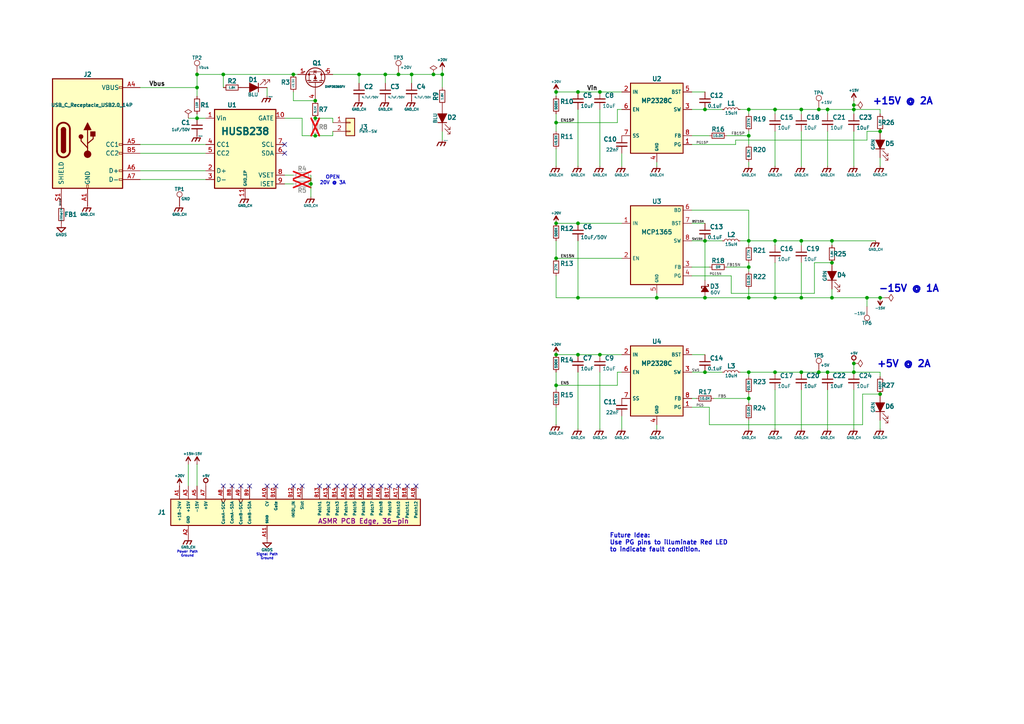
<source format=kicad_sch>
(kicad_sch (version 20250114) (generator "eeschema") (generator_version "9.0")
  (paper "A4")
  (title_block (title "Power Supply Module PCB Reference Design") (date "2025-08-12") (rev "A") (company "by Circuit Monkey") (comment 1 "for ASMR :: Advanced Synth Module Rack") (comment 2 "Slot Card Example Power Supply PCB for Single ASMR module."))
  (text "+5V @ 2A" (at 254.254 105.664 0) (effects (font (size 2 2) (thickness 0.4) (bold yes)) (justify left)))
  (text "Power Path\nGround" (at 54.356 159.766 0) (effects (font (size 0.7 0.7)) (justify top)))
  (text "Signal Path\nGround" (at 77.47 160.528 0) (effects (font (size 0.7 0.7)) (justify top)))
  (text "Future Idea:\nUse PG pins to illuminate Red LED\nto indicate fault condition." (at 176.784 157.48 0) (effects (font (size 1.27 1.27) (thickness 0.254) (bold yes)) (justify left)))
  (text "-15V @ 1A" (at 254.762 83.82 0) (effects (font (size 2 2) (thickness 0.4) (bold yes)) (justify left)))
  (text "OPEN\n20V @ 3A" (at 96.52 52.324 0) (effects (font (size 1 1) (thickness 0.2) (bold yes))))
  (text "+15V @ 2A" (at 252.984 29.464 0) (effects (font (size 2 2) (thickness 0.4) (bold yes)) (justify left)))
  (junction (at 91.44 39.37))
  (junction (at 217.17 115.57))
  (junction (at 224.79 69.85))
  (junction (at 217.17 77.47))
  (junction (at 90.17 53.34))
  (junction (at 237.49 31.75))
  (junction (at 173.99 26.67))
  (junction (at 125.73 21.59))
  (junction (at 240.03 31.75))
  (junction (at 241.3 86.36))
  (junction (at 57.15 25.4))
  (junction (at 167.64 102.87))
  (junction (at 204.47 31.75))
  (junction (at 91.44 34.29))
  (junction (at 161.29 26.67))
  (junction (at 247.65 107.95))
  (junction (at 204.47 86.36))
  (junction (at 204.47 69.85))
  (junction (at 217.17 107.95))
  (junction (at 167.64 26.67))
  (junction (at 237.49 107.95))
  (junction (at 161.29 102.87))
  (junction (at 217.17 69.85))
  (junction (at 255.27 38.1))
  (junction (at 232.41 69.85))
  (junction (at 167.64 86.36))
  (junction (at 255.27 86.36))
  (junction (at 224.79 86.36))
  (junction (at 255.27 114.3))
  (junction (at 85.09 21.59))
  (junction (at 224.79 31.75))
  (junction (at 104.14 21.59))
  (junction (at 247.65 30.48))
  (junction (at 241.3 76.2))
  (junction (at 161.29 35.56))
  (junction (at 232.41 86.36))
  (junction (at 224.79 107.95))
  (junction (at 119.38 21.59))
  (junction (at 115.57 21.59))
  (junction (at 217.17 39.37))
  (junction (at 217.17 31.75))
  (junction (at 247.65 31.75))
  (junction (at 57.15 34.29))
  (junction (at 204.47 107.95))
  (junction (at 111.76 21.59))
  (junction (at 64.77 21.59))
  (junction (at 251.46 86.36))
  (junction (at 128.27 21.59))
  (junction (at 173.99 102.87))
  (junction (at 247.65 105.41))
  (junction (at 161.29 74.93))
  (junction (at 240.03 107.95))
  (junction (at 217.17 86.36))
  (junction (at 190.5 86.36))
  (junction (at 232.41 31.75))
  (junction (at 232.41 107.95))
  (junction (at 91.44 29.21))
  (junction (at 161.29 111.76))
  (junction (at 241.3 69.85))
  (junction (at 57.15 21.59))
  (junction (at 167.64 64.77))
  (junction (at 161.29 64.77))
  (no_connect (at 67.31 140.97))
  (no_connect (at 69.85 140.97))
  (no_connect (at 113.03 140.97))
  (no_connect (at 95.25 140.97))
  (no_connect (at 82.55 41.91))
  (no_connect (at 72.39 140.97))
  (no_connect (at 85.09 140.97))
  (no_connect (at 64.77 140.97))
  (no_connect (at 107.95 140.97))
  (no_connect (at 80.01 140.97))
  (no_connect (at 102.87 140.97))
  (no_connect (at 120.65 140.97))
  (no_connect (at 110.49 140.97))
  (no_connect (at 105.41 140.97))
  (no_connect (at 87.63 140.97))
  (no_connect (at 77.47 140.97))
  (no_connect (at 100.33 140.97))
  (no_connect (at 118.11 140.97))
  (no_connect (at 115.57 140.97))
  (no_connect (at 92.71 140.97))
  (no_connect (at 82.55 44.45))
  (no_connect (at 97.79 140.97))
  (wire (pts (xy 180.34 124.46) (xy 180.34 120.65)))
  (wire (pts (xy 255.27 31.75) (xy 255.27 33.02)))
  (wire (pts (xy 104.14 21.59) (xy 111.76 21.59)))
  (wire (pts (xy 77.47 25.4) (xy 77.47 27.94)))
  (wire (pts (xy 173.99 124.46) (xy 173.99 107.95)))
  (wire (pts (xy 217.17 31.75) (xy 224.79 31.75)))
  (wire (pts (xy 217.17 71.12) (xy 217.17 69.85)))
  (wire (pts (xy 247.65 29.21) (xy 247.65 30.48)))
  (wire (pts (xy 224.79 71.12) (xy 224.79 69.85)))
  (wire (pts (xy 54.61 134.62) (xy 54.61 140.97)))
  (wire (pts (xy 247.65 33.02) (xy 247.65 31.75)))
  (wire (pts (xy 241.3 76.2) (xy 236.22 76.2)))
  (wire (pts (xy 255.27 121.92) (xy 255.27 124.46)))
  (wire (pts (xy 224.79 86.36) (xy 232.41 86.36)))
  (wire (pts (xy 251.46 40.64) (xy 213.36 40.64)))
  (wire (pts (xy 111.76 21.59) (xy 111.76 24.13)))
  (wire (pts (xy 217.17 114.3) (xy 217.17 115.57)))
  (wire (pts (xy 247.65 38.1) (xy 247.65 48.26)))
  (wire (pts (xy 57.15 25.4) (xy 57.15 27.94)))
  (wire (pts (xy 217.17 107.95) (xy 224.79 107.95)))
  (wire (pts (xy 247.65 31.75) (xy 255.27 31.75)))
  (wire (pts (xy 217.17 33.02) (xy 217.17 31.75)))
  (wire (pts (xy 232.41 86.36) (xy 232.41 76.2)))
  (wire (pts (xy 241.3 69.85) (xy 254 69.85)))
  (wire (pts (xy 161.29 27.94) (xy 161.29 26.67)))
  (wire (pts (xy 161.29 80.01) (xy 161.29 86.36)))
  (wire (pts (xy 173.99 26.67) (xy 180.34 26.67)))
  (wire (pts (xy 179.07 31.75) (xy 179.07 35.56)))
  (wire (pts (xy 96.52 35.56) (xy 96.52 34.29)))
  (wire (pts (xy 161.29 64.77) (xy 167.64 64.77)))
  (wire (pts (xy 87.63 34.29) (xy 87.63 39.37)))
  (wire (pts (xy 224.79 31.75) (xy 232.41 31.75)))
  (wire (pts (xy 214.63 69.85) (xy 217.17 69.85)))
  (wire (pts (xy 204.47 107.95) (xy 209.55 107.95)))
  (wire (pts (xy 214.63 31.75) (xy 217.17 31.75)))
  (wire (pts (xy 90.17 50.8) (xy 90.17 53.34)))
  (wire (pts (xy 167.64 86.36) (xy 161.29 86.36)))
  (wire (pts (xy 232.41 69.85) (xy 241.3 69.85)))
  (wire (pts (xy 82.55 50.8) (xy 85.09 50.8)))
  (wire (pts (xy 217.17 60.96) (xy 217.17 69.85)))
  (wire (pts (xy 161.29 33.02) (xy 161.29 35.56)))
  (wire (pts (xy 204.47 69.85) (xy 209.55 69.85)))
  (wire (pts (xy 40.64 52.07) (xy 59.69 52.07)))
  (wire (pts (xy 200.66 31.75) (xy 204.47 31.75)))
  (wire (pts (xy 167.64 86.36) (xy 190.5 86.36)))
  (wire (pts (xy 247.65 124.46) (xy 247.65 113.03)))
  (wire (pts (xy 232.41 124.46) (xy 232.41 113.03)))
  (wire (pts (xy 161.29 43.18) (xy 161.29 48.26)))
  (wire (pts (xy 161.29 111.76) (xy 161.29 113.03)))
  (wire (pts (xy 232.41 33.02) (xy 232.41 31.75)))
  (wire (pts (xy 167.64 64.77) (xy 180.34 64.77)))
  (wire (pts (xy 205.74 123.19) (xy 205.74 118.11)))
  (wire (pts (xy 256.54 86.36) (xy 255.27 86.36)))
  (wire (pts (xy 224.79 124.46) (xy 224.79 113.03)))
  (wire (pts (xy 224.79 33.02) (xy 224.79 31.75)))
  (wire (pts (xy 212.09 80.01) (xy 200.66 80.01)))
  (wire (pts (xy 91.44 39.37) (xy 96.52 39.37)))
  (wire (pts (xy 173.99 48.26) (xy 173.99 31.75)))
  (wire (pts (xy 217.17 86.36) (xy 217.17 83.82)))
  (wire (pts (xy 212.09 85.09) (xy 212.09 80.01)))
  (wire (pts (xy 128.27 20.32) (xy 128.27 21.59)))
  (wire (pts (xy 128.27 21.59) (xy 128.27 25.4)))
  (wire (pts (xy 57.15 34.29) (xy 59.69 34.29)))
  (wire (pts (xy 200.66 39.37) (xy 205.74 39.37)))
  (wire (pts (xy 200.66 77.47) (xy 205.74 77.47)))
  (wire (pts (xy 87.63 39.37) (xy 91.44 39.37)))
  (wire (pts (xy 205.74 118.11) (xy 200.66 118.11)))
  (wire (pts (xy 57.15 33.02) (xy 57.15 34.29)))
  (wire (pts (xy 217.17 77.47) (xy 217.17 78.74)))
  (wire (pts (xy 200.66 102.87) (xy 204.47 102.87)))
  (wire (pts (xy 250.19 123.19) (xy 205.74 123.19)))
  (wire (pts (xy 161.29 118.11) (xy 161.29 123.19)))
  (wire (pts (xy 82.55 53.34) (xy 85.09 53.34)))
  (wire (pts (xy 40.64 49.53) (xy 59.69 49.53)))
  (wire (pts (xy 217.17 69.85) (xy 224.79 69.85)))
  (wire (pts (xy 96.52 38.1) (xy 96.52 39.37)))
  (wire (pts (xy 54.61 34.29) (xy 57.15 34.29)))
  (wire (pts (xy 240.03 38.1) (xy 240.03 48.26)))
  (wire (pts (xy 85.09 21.59) (xy 86.36 21.59)))
  (wire (pts (xy 236.22 85.09) (xy 212.09 85.09)))
  (wire (pts (xy 200.66 107.95) (xy 204.47 107.95)))
  (wire (pts (xy 40.64 41.91) (xy 59.69 41.91)))
  (wire (pts (xy 217.17 38.1) (xy 217.17 39.37)))
  (wire (pts (xy 210.82 77.47) (xy 217.17 77.47)))
  (wire (pts (xy 180.34 48.26) (xy 180.34 44.45)))
  (wire (pts (xy 241.3 83.82) (xy 241.3 86.36)))
  (wire (pts (xy 91.44 29.21) (xy 85.09 29.21)))
  (wire (pts (xy 241.3 86.36) (xy 251.46 86.36)))
  (wire (pts (xy 125.73 21.59) (xy 128.27 21.59)))
  (wire (pts (xy 167.64 31.75) (xy 167.64 48.26)))
  (wire (pts (xy 247.65 30.48) (xy 247.65 31.75)))
  (wire (pts (xy 251.46 38.1) (xy 251.46 40.64)))
  (wire (pts (xy 161.29 26.67) (xy 167.64 26.67)))
  (wire (pts (xy 161.29 74.93) (xy 180.34 74.93)))
  (wire (pts (xy 224.79 86.36) (xy 224.79 76.2)))
  (wire (pts (xy 200.66 26.67) (xy 204.47 26.67)))
  (wire (pts (xy 250.19 114.3) (xy 250.19 123.19)))
  (wire (pts (xy 207.01 115.57) (xy 217.17 115.57)))
  (wire (pts (xy 214.63 107.95) (xy 217.17 107.95)))
  (wire (pts (xy 217.17 124.46) (xy 217.17 121.92)))
  (wire (pts (xy 200.66 60.96) (xy 217.17 60.96)))
  (wire (pts (xy 104.14 21.59) (xy 104.14 24.13)))
  (wire (pts (xy 204.47 86.36) (xy 217.17 86.36)))
  (wire (pts (xy 161.29 111.76) (xy 179.07 111.76)))
  (wire (pts (xy 90.17 53.34) (xy 90.17 57.15)))
  (wire (pts (xy 247.65 107.95) (xy 255.27 107.95)))
  (wire (pts (xy 57.15 21.59) (xy 57.15 25.4)))
  (wire (pts (xy 190.5 124.46) (xy 190.5 123.19)))
  (wire (pts (xy 237.49 107.95) (xy 240.03 107.95)))
  (wire (pts (xy 204.47 31.75) (xy 209.55 31.75)))
  (wire (pts (xy 119.38 21.59) (xy 125.73 21.59)))
  (wire (pts (xy 173.99 102.87) (xy 180.34 102.87)))
  (wire (pts (xy 161.29 69.85) (xy 161.29 74.93)))
  (wire (pts (xy 190.5 86.36) (xy 204.47 86.36)))
  (wire (pts (xy 96.52 21.59) (xy 104.14 21.59)))
  (wire (pts (xy 255.27 38.1) (xy 251.46 38.1)))
  (wire (pts (xy 255.27 107.95) (xy 255.27 109.22)))
  (wire (pts (xy 255.27 45.72) (xy 255.27 48.26)))
  (wire (pts (xy 251.46 86.36) (xy 255.27 86.36)))
  (wire (pts (xy 213.36 41.91) (xy 200.66 41.91)))
  (wire (pts (xy 57.15 134.62) (xy 57.15 140.97)))
  (wire (pts (xy 82.55 34.29) (xy 87.63 34.29)))
  (wire (pts (xy 232.41 107.95) (xy 237.49 107.95)))
  (wire (pts (xy 200.66 69.85) (xy 204.47 69.85)))
  (wire (pts (xy 204.47 81.28) (xy 204.47 69.85)))
  (wire (pts (xy 128.27 38.1) (xy 128.27 40.64)))
  (wire (pts (xy 217.17 86.36) (xy 224.79 86.36)))
  (wire (pts (xy 161.29 102.87) (xy 167.64 102.87)))
  (wire (pts (xy 232.41 86.36) (xy 241.3 86.36)))
  (wire (pts (xy 190.5 48.26) (xy 190.5 46.99)))
  (wire (pts (xy 190.5 86.36) (xy 190.5 85.09)))
  (wire (pts (xy 217.17 39.37) (xy 217.17 41.91)))
  (wire (pts (xy 161.29 107.95) (xy 161.29 111.76)))
  (wire (pts (xy 240.03 31.75) (xy 247.65 31.75)))
  (wire (pts (xy 240.03 124.46) (xy 240.03 113.03)))
  (wire (pts (xy 224.79 69.85) (xy 232.41 69.85)))
  (wire (pts (xy 57.15 25.4) (xy 40.64 25.4)))
  (wire (pts (xy 247.65 105.41) (xy 247.65 107.95)))
  (wire (pts (xy 217.17 48.26) (xy 217.17 46.99)))
  (wire (pts (xy 236.22 76.2) (xy 236.22 85.09)))
  (wire (pts (xy 200.66 64.77) (xy 204.47 64.77)))
  (wire (pts (xy 224.79 38.1) (xy 224.79 48.26)))
  (wire (pts (xy 167.64 26.67) (xy 173.99 26.67)))
  (wire (pts (xy 232.41 38.1) (xy 232.41 48.26)))
  (wire (pts (xy 119.38 21.59) (xy 119.38 24.13)))
  (wire (pts (xy 167.64 107.95) (xy 167.64 124.46)))
  (wire (pts (xy 167.64 69.85) (xy 167.64 86.36)))
  (wire (pts (xy 237.49 31.75) (xy 240.03 31.75)))
  (wire (pts (xy 224.79 107.95) (xy 232.41 107.95)))
  (wire (pts (xy 64.77 21.59) (xy 64.77 25.4)))
  (wire (pts (xy 210.82 39.37) (xy 217.17 39.37)))
  (wire (pts (xy 213.36 40.64) (xy 213.36 41.91)))
  (wire (pts (xy 179.07 107.95) (xy 179.07 111.76)))
  (wire (pts (xy 115.57 21.59) (xy 119.38 21.59)))
  (wire (pts (xy 251.46 88.9) (xy 251.46 86.36)))
  (wire (pts (xy 241.3 69.85) (xy 241.3 71.12)))
  (wire (pts (xy 96.52 34.29) (xy 91.44 34.29)))
  (wire (pts (xy 161.29 35.56) (xy 161.29 38.1)))
  (wire (pts (xy 179.07 107.95) (xy 180.34 107.95)))
  (wire (pts (xy 232.41 71.12) (xy 232.41 69.85)))
  (wire (pts (xy 179.07 31.75) (xy 180.34 31.75)))
  (wire (pts (xy 64.77 21.59) (xy 57.15 21.59)))
  (wire (pts (xy 40.64 44.45) (xy 59.69 44.45)))
  (wire (pts (xy 217.17 115.57) (xy 217.17 116.84)))
  (wire (pts (xy 240.03 107.95) (xy 247.65 107.95)))
  (wire (pts (xy 255.27 114.3) (xy 250.19 114.3)))
  (wire (pts (xy 200.66 115.57) (xy 201.93 115.57)))
  (wire (pts (xy 240.03 33.02) (xy 240.03 31.75)))
  (wire (pts (xy 111.76 21.59) (xy 115.57 21.59)))
  (wire (pts (xy 217.17 76.2) (xy 217.17 77.47)))
  (wire (pts (xy 85.09 29.21) (xy 85.09 26.67)))
  (wire (pts (xy 85.09 21.59) (xy 64.77 21.59)))
  (wire (pts (xy 217.17 109.22) (xy 217.17 107.95)))
  (wire (pts (xy 161.29 35.56) (xy 179.07 35.56)))
  (wire (pts (xy 232.41 31.75) (xy 237.49 31.75)))
  (wire (pts (xy 167.64 102.87) (xy 173.99 102.87)))
  (label "FB5" (at 208.28 115.57 0) (effects (font (size 0.8 0.8) (thickness 0.1))))
  (label "PG15P" (at 201.93 41.91 0) (effects (font (size 0.7 0.7) (thickness 0.0875))))
  (label "SW15N" (at 200.66 69.85 0) (effects (font (size 0.6 0.6) (thickness 0.12) (bold yes))))
  (label "Vbus" (at 43.18 25.4 0) (effects (font (thickness 0.254) (bold yes))))
  (label "SHIELD" (at 17.78 59.69 90) (effects (font (size 0.4 0.4))))
  (label "SW5" (at 200.66 107.95 0) (effects (font (size 0.7 0.7) (thickness 0.0875))))
  (label "PG5" (at 201.93 118.11 0) (effects (font (size 0.7 0.7) (thickness 0.0875))))
  (label "EN15N" (at 162.56 74.93 0) (effects (font (size 0.8 0.8))))
  (label "Vin" (at 170.18 26.67 0) (effects (font (thickness 0.254) (bold yes))))
  (label "FB15P" (at 212.09 39.37 0) (effects (font (size 0.8 0.8) (thickness 0.1))))
  (label "PG15N" (at 205.74 80.01 0) (effects (font (size 0.7 0.7) (thickness 0.0875))))
  (label "FB15N" (at 210.82 77.47 0) (effects (font (size 0.8 0.8) (thickness 0.1))))
  (label "BST15N" (at 200.66 64.77 0) (effects (font (size 0.6 0.6) (thickness 0.12) (bold yes))))
  (label "EN5" (at 162.56 111.76 0) (effects (font (size 0.8 0.8))))
  (label "EN15P" (at 162.56 35.56 0) (effects (font (size 0.8 0.8))))
  (symbol (lib_id "CM_power:GND_CH") (at 119.38 29.21 0) (unit 1)
    (property "Reference" "#PWR017" (effects (hide yes)))
    (property "Value" "GND_CH" (at 119.38 31.31 0) (effects (font (size 0.7 0.7)) (justify top)))
    (property "Description" "Power symbol creates a global label with name \"GND\" , ground" (effects (hide yes)))
  )
  (symbol (lib_id "Device:R_Small") (at 161.29 30.48 0) (unit 1)
    (property "Reference" "R10" (at 162.306 29.464 0) (effects (font (thickness 0.254) (bold yes)) (justify left)))
    (property "Value" "500K" (at 161.29 30.48 90) (effects (font (size 0.7 0.7))))
    (property "Footprint" "CM_Resistor_Capacitor:R_0603_1608Metric" (effects (hide yes)))
    (property "Description" "Resistor, small symbol" (effects (hide yes)))
  )
  (symbol (lib_id "Device:R_Small") (at 217.17 119.38 0) (unit 1)
    (property "Reference" "R24" (at 218.186 118.364 0) (effects (font (thickness 0.254) (bold yes)) (justify left)))
    (property "Value" "10.0K" (at 217.17 119.38 90) (effects (font (size 0.7 0.7))))
    (property "Footprint" "CM_Resistor_Capacitor:R_0603_1608Metric" (effects (hide yes)))
    (property "Description" "Resistor, small symbol" (effects (hide yes)))
  )
  (symbol (lib_id "CM_power:GND_CH") (at 180.34 48.26 0) (unit 1)
    (property "Reference" "#PWR029" (effects (hide yes)))
    (property "Value" "GND_CH" (at 180.34 50.36 0) (effects (font (size 0.7 0.7)) (justify top)))
    (property "Description" "Power symbol creates a global label with name \"GND\" , ground" (effects (hide yes)))
  )
  (symbol (lib_id "CM_power:GND_CH") (at 54.61 156.21 0) (unit 1)
    (property "Reference" "#PWR06" (effects (hide yes)))
    (property "Value" "GND_CH" (at 54.61 158.31 0) (effects (font (size 0.7 0.7)) (justify top)))
    (property "Description" "Power symbol creates a global label with name \"GND\" , ground" (effects (hide yes)))
  )
  (symbol (lib_id "CM_power:GND_CH") (at 224.79 124.46 0) (unit 1)
    (property "Reference" "#PWR036" (effects (hide yes)))
    (property "Value" "GND_CH" (at 224.79 126.56 0) (effects (font (size 0.7 0.7)) (justify top)))
    (property "Description" "Power symbol creates a global label with name \"GND\" , ground" (effects (hide yes)))
  )
  (symbol (lib_id "CM_power:-15V") (at 57.15 134.62 0) (unit 1)
    (property "Reference" "#PWR08" (effects (hide yes)))
    (property "Value" "-15V" (at 57.15 132.08 0) (effects (font (size 0.7 0.7) (thickness 0.14) (bold yes)) (justify bottom)))
    (property "Description" "Power symbol creates a global label with name \"-15V\"" (effects (hide yes)))
  )
  (symbol (lib_id "Device:R_Small") (at 161.29 67.31 0) (unit 1)
    (property "Reference" "R12" (at 162.306 66.294 0) (effects (font (thickness 0.254) (bold yes)) (justify left)))
    (property "Value" "500K" (at 161.29 67.31 90) (effects (font (size 0.7 0.7))))
    (property "Footprint" "CM_Resistor_Capacitor:R_0603_1608Metric" (effects (hide yes)))
    (property "Description" "Resistor, small symbol" (effects (hide yes)))
  )
  (symbol (lib_id "CM_Device:R") (at 241.3 73.66 180) (unit 1)
    (property "Reference" "R25" (at 243.586 73.66 0) (effects (font (thickness 0.254) (bold yes))))
    (property "Value" "1.8K" (at 241.3 73.66 90) (effects (font (size 0.6 0.6) (thickness 0.0875))))
    (property "Footprint" "CM_Resistor_Capacitor:R_0603_1608Metric" (effects (hide yes)))
    (property "Description" "Resistor, symbol" (effects (hide yes)))
  )
  (symbol (lib_id "CM_power:GND_CH") (at 254 69.85 0) (unit 1)
    (property "Reference" "#PWR045" (effects (hide yes)))
    (property "Value" "GND_CH" (at 254 71.95 0) (effects (font (size 0.7 0.7)) (justify top)))
    (property "Description" "Power symbol creates a global label with name \"GND\" , ground" (effects (hide yes)))
  )
  (symbol (lib_id "CM_power:GND_CH") (at 255.27 48.26 0) (unit 1)
    (property "Reference" "#PWR046" (effects (hide yes)))
    (property "Value" "GND_CH" (at 255.27 50.292 0) (effects (font (size 0.7 0.7)) (justify top)))
    (property "Description" "Power symbol creates a global label with name \"GND\" , ground" (effects (hide yes)))
  )
  (symbol (lib_id "CM_power:+20V") (at 161.29 26.67 0) (unit 1)
    (property "Reference" "#PWR020" (effects (hide yes)))
    (property "Value" "+20V" (at 161.29 24.17 0) (effects (font (size 0.7 0.7) (thickness 0.14) (bold yes)) (justify bottom)))
    (property "Description" "Power symbol creates a global label with name \"+20V\"" (effects (hide yes)))
  )
  (symbol (lib_id "CM_power:GND_CH") (at 77.47 27.94 0) (unit 1)
    (property "Reference" "#PWR011" (effects (hide yes)))
    (property "Value" "GND_CH" (at 78.486 27.94 0) (effects (font (size 0.2 0.2)) (justify top)))
    (property "Description" "Power symbol creates a global label with name \"GND\" , ground" (effects (hide yes)))
  )
  (symbol (lib_id "CM_power:GND_CH") (at 255.27 124.46 0) (unit 1)
    (property "Reference" "#PWR048" (effects (hide yes)))
    (property "Value" "GND_CH" (at 255.27 126.492 0) (effects (font (size 0.7 0.7)) (justify top)))
    (property "Description" "Power symbol creates a global label with name \"GND\" , ground" (effects (hide yes)))
  )
  (symbol (lib_id "CM_Device:R") (at 91.44 36.83 0) (unit 1) (dnp yes)
    (property "Reference" "R8" (at 93.726 36.83 0) (effects (font (thickness 0.254) (bold yes))))
    (property "Value" "0R" (at 91.44 36.83 90) (effects (font (size 0.6 0.6) (thickness 0.0875))))
    (property "Footprint" "CM_Resistor_Capacitor:R_0603_1608Metric" (effects (hide yes)))
    (property "Description" "Resistor, symbol" (effects (hide yes)))
  )
  (symbol (lib_id "CM_Connector_USB:USB_C_Receptacle_USB2.0_14P") (at 25.4 40.64 0) (unit 1)
    (property "Reference" "J2" (at 25.4 21.59 0) (effects (font (thickness 0.254) (bold yes))))
    (property "Value" "USB_C_Receptacle_USB2.0_14P" (at 26.67 30.48 0) (effects (font (size 1 1) (thickness 0.2) (bold yes))))
    (property "Footprint" "Connector_USB:USB_C_Receptacle_HCTL_HC-TYPE-C-16P-01A" (effects (hide yes)))
    (property "Datasheet" "https://www.usb.org/sites/default/files/documents/usb_type-c.zip" (effects (hide yes)))
    (property "Description" "USB 2.0-only 14P Type-C Receptacle connector" (effects (hide yes)))
  )
  (symbol (lib_id "Device:R_Small") (at 217.17 35.56 0) (unit 1)
    (property "Reference" "R19" (at 218.186 34.544 0) (effects (font (thickness 0.254) (bold yes)) (justify left)))
    (property "Value" "237K" (at 217.17 35.56 90) (effects (font (size 0.7 0.7))))
    (property "Footprint" "CM_Resistor_Capacitor:R_0603_1608Metric" (effects (hide yes)))
    (property "Description" "Resistor, small symbol" (effects (hide yes)))
  )
  (symbol (lib_id "Device:R_Small") (at 217.17 111.76 0) (unit 1)
    (property "Reference" "R23" (at 218.186 110.744 0) (effects (font (thickness 0.254) (bold yes)) (justify left)))
    (property "Value" "90.9K" (at 217.17 111.76 90) (effects (font (size 0.7 0.7))))
    (property "Footprint" "CM_Resistor_Capacitor:R_0603_1608Metric" (effects (hide yes)))
    (property "Description" "Resistor, small symbol" (effects (hide yes)))
  )
  (symbol (lib_id "CM_Device:R") (at 87.63 53.34 90) (mirror x) (unit 1) (dnp yes)
    (property "Reference" "R5" (at 87.63 55.215 90) (effects (font (thickness 0.254) (bold yes))))
    (property "Value" "NS" (at 87.63 53.34 90) (effects (font (size 0.6 0.6) (thickness 0.0875))))
    (property "Footprint" "CM_Resistor_Capacitor:R_0603_1608Metric" (effects (hide yes)))
    (property "Description" "Resistor, symbol" (effects (hide yes)))
  )
  (symbol (lib_id "Device:C_Small") (at 173.99 105.41 0) (unit 1)
    (property "Reference" "C9" (at 175.26 103.886 0) (effects (font (thickness 0.254) (bold yes)) (justify left)))
    (property "Value" "10uF" (at 174.752 106.934 0) (effects (font (size 1 1)) (justify left)))
    (property "Footprint" "Capacitor_SMD:C_1206_3216Metric" (effects (hide yes)))
    (property "Description" "Unpolarized capacitor, small symbol" (effects (hide yes)))
    (property "MPN" "X7S, 100V, TDK C5750X7S2A106M " (effects (hide yes)))
  )
  (symbol (lib_id "CM_power:GND_CH") (at 217.17 124.46 0) (unit 1)
    (property "Reference" "#PWR034" (effects (hide yes)))
    (property "Value" "GND_CH" (at 217.17 126.56 0) (effects (font (size 0.7 0.7)) (justify top)))
    (property "Description" "Power symbol creates a global label with name \"GND\" , ground" (effects (hide yes)))
  )
  (symbol (lib_id "power:PWR_FLAG") (at 54.61 34.29 0) (mirror y) (unit 1)
    (property "Reference" "#FLG01" (effects (hide yes)))
    (property "Value" "PWR_FLAG" (effects (hide yes)))
    (property "Description" "Special symbol for telling ERC where power comes from" (effects (hide yes)))
  )
  (symbol (lib_id "Device:LED_Filled") (at 255.27 118.11 90) (unit 1)
    (property "Reference" "D6" (at 258.064 117.856 90) (effects (font (thickness 0.254) (bold yes))))
    (property "Value" "GRN" (at 253.238 118.11 0) (effects (font (size 1 1))))
    (property "Footprint" "LED_SMD:LED_0603_1608Metric" (effects (hide yes)))
    (property "Description" "Light emitting diode, filled shape" (effects (hide yes)))
    (property "Sim.Pins" "1=K 2=A" (effects (hide yes)))
  )
  (symbol (lib_id "CM_power:GND_CH") (at 52.07 59.69 0) (unit 1)
    (property "Reference" "#PWR03" (effects (hide yes)))
    (property "Value" "GND_CH" (at 52.07 61.79 0) (effects (font (size 0.7 0.7)) (justify top)))
    (property "Description" "Power symbol creates a global label with name \"GND\" , ground" (effects (hide yes)))
  )
  (symbol (lib_id "Device:R_Small") (at 161.29 77.47 0) (unit 1)
    (property "Reference" "R13" (at 162.306 76.454 0) (effects (font (thickness 0.254) (bold yes)) (justify left)))
    (property "Value" "27K" (at 161.29 77.47 90) (effects (font (size 0.7 0.7))))
    (property "Footprint" "CM_Resistor_Capacitor:R_0603_1608Metric" (effects (hide yes)))
    (property "Description" "Resistor, small symbol" (effects (hide yes)))
  )
  (symbol (lib_id "CM_Device:R") (at 87.63 50.8 90) (unit 1) (dnp yes)
    (property "Reference" "R4" (at 87.63 48.925 90) (effects (font (thickness 0.254) (bold yes))))
    (property "Value" "NS" (at 87.63 50.8 90) (effects (font (size 0.6 0.6) (thickness 0.0875))))
    (property "Footprint" "CM_Resistor_Capacitor:R_0603_1608Metric" (effects (hide yes)))
    (property "Description" "Resistor, symbol" (effects (hide yes)))
  )
  (symbol (lib_id "CM_power:GND_CH") (at 161.29 123.19 0) (unit 1)
    (property "Reference" "#PWR024" (effects (hide yes)))
    (property "Value" "GND_CH" (at 161.29 125.29 0) (effects (font (size 0.7 0.7)) (justify top)))
    (property "Description" "Power symbol creates a global label with name \"GND\" , ground" (effects (hide yes)))
  )
  (symbol (lib_id "Device:L_Small") (at 212.09 107.95 90) (unit 1)
    (property "Reference" "L3" (at 212.09 106.172 90) (effects (font (thickness 0.254) (bold yes))))
    (property "Value" "10uH" (at 212.09 108.966 90) (effects (font (size 0.9 0.9))))
    (property "Footprint" "CM_Inductor:SRN5040" (effects (hide yes)))
    (property "Description" "Inductor, small symbol" (effects (hide yes)))
    (property "MPN" "MPL-AL6060-100" (effects (hide yes)))
  )
  (symbol (lib_id "CM_power:GND_CH") (at 25.4 59.69 0) (unit 1)
    (property "Reference" "#PWR02" (effects (hide yes)))
    (property "Value" "GND_CH" (at 25.4 61.79 0) (effects (font (size 0.7 0.7)) (justify top)))
    (property "Description" "Power symbol creates a global label with name \"GND\" , ground" (effects (hide yes)))
  )
  (symbol (lib_id "CM_power:GND_CH") (at 111.76 29.21 0) (unit 1)
    (property "Reference" "#PWR016" (effects (hide yes)))
    (property "Value" "GND_CH" (at 111.76 31.31 0) (effects (font (size 0.7 0.7)) (justify top)))
    (property "Description" "Power symbol creates a global label with name \"GND\" , ground" (effects (hide yes)))
  )
  (symbol (lib_id "CM_power:GNDS") (at 17.78 64.77 0) (unit 1)
    (property "Reference" "#PWR01" (effects (hide yes)))
    (property "Value" "GNDS" (at 17.78 68.072 0) (effects (font (size 0.8 0.8))))
    (property "Description" "Power symbol creates a global label with name \"GNDS\" , signal ground" (effects (hide yes)))
  )
  (symbol (lib_id "CM_power:-15V") (at 255.27 86.36 180) (unit 1)
    (property "Reference" "#PWR047" (effects (hide yes)))
    (property "Value" "-15V" (at 255.27 88.9 0) (effects (font (size 0.7 0.7) (thickness 0.14) (bold yes)) (justify bottom)))
    (property "Description" "Power symbol creates a global label with name \"-15V\"" (effects (hide yes)))
  )
  (symbol (lib_id "CM_power:GND_CH") (at 167.64 124.46 0) (unit 1)
    (property "Reference" "#PWR026" (effects (hide yes)))
    (property "Value" "GND_CH" (at 167.64 126.56 0) (effects (font (size 0.7 0.7)) (justify top)))
    (property "Description" "Power symbol creates a global label with name \"GND\" , ground" (effects (hide yes)))
  )
  (symbol (lib_id "Device:C_Small") (at 180.34 41.91 0) (mirror y) (unit 1)
    (property "Reference" "C10" (at 179.07 40.386 0) (effects (font (thickness 0.254) (bold yes)) (justify left)))
    (property "Value" "22nF" (at 179.578 43.434 0) (effects (font (size 1 1)) (justify left)))
    (property "Footprint" "CM_Resistor_Capacitor:C_0603_1608Metric" (effects (hide yes)))
    (property "Description" "Unpolarized capacitor, small symbol" (effects (hide yes)))
  )
  (symbol (lib_id "Device:LED_Filled") (at 255.27 41.91 90) (unit 1)
    (property "Reference" "D5" (at 258.064 41.656 90) (effects (font (thickness 0.254) (bold yes))))
    (property "Value" "GRN" (at 253.238 41.91 0) (effects (font (size 1 1))))
    (property "Footprint" "LED_SMD:LED_0603_1608Metric" (effects (hide yes)))
    (property "Description" "Light emitting diode, filled shape" (effects (hide yes)))
    (property "Sim.Pins" "1=K 2=A" (effects (hide yes)))
  )
  (symbol (lib_id "Device:C_Small") (at 240.03 35.56 0) (unit 1)
    (property "Reference" "C21" (at 241.3 34.036 0) (effects (font (thickness 0.254) (bold yes)) (justify left)))
    (property "Value" "10uF" (at 240.792 37.084 0) (effects (font (size 1 1)) (justify left)))
    (property "Footprint" "Capacitor_SMD:C_1206_3216Metric" (effects (hide yes)))
    (property "Description" "Unpolarized capacitor, small symbol" (effects (hide yes)))
    (property "MPN" "X7R, 1206, C3216X7R1E106M160AB " (effects (hide yes)))
  )
  (symbol (lib_id "CM_power:GND_CH") (at 240.03 124.46 0) (unit 1)
    (property "Reference" "#PWR040" (effects (hide yes)))
    (property "Value" "GND_CH" (at 240.03 126.56 0) (effects (font (size 0.7 0.7)) (justify top)))
    (property "Description" "Power symbol creates a global label with name \"GND\" , ground" (effects (hide yes)))
  )
  (symbol (lib_id "Connector:TestPoint") (at 115.57 21.59 0) (unit 1)
    (property "Reference" "TP3" (at 115.5661 17.4334 0) (effects (font (size 1 1) (thickness 0.2) (bold yes)) (justify bottom)))
    (property "Value" "+20V" (at 116.078 19.558 0) (effects (font (size 0.8 0.8)) (justify left)))
    (property "Footprint" "TestPoint:TestPoint_Keystone_5015_Micro_Mini" (effects (hide yes)))
    (property "Description" "test point" (effects (hide yes)))
  )
  (symbol (lib_id "CM_power:GND_CH") (at 232.41 48.26 0) (unit 1)
    (property "Reference" "#PWR037" (effects (hide yes)))
    (property "Value" "GND_CH" (at 232.41 50.36 0) (effects (font (size 0.7 0.7)) (justify top)))
    (property "Description" "Power symbol creates a global label with name \"GND\" , ground" (effects (hide yes)))
  )
  (symbol (lib_id "Device:C_Small") (at 104.14 26.67 0) (unit 1)
    (property "Reference" "C2" (at 105.41 25.146 0) (effects (font (thickness 0.254) (bold yes)) (justify left)))
    (property "Value" "4.7uF/50V" (at 104.902 28.194 0) (effects (font (size 0.6 0.6) (thickness 0.075)) (justify left)))
    (property "Footprint" "CM_Resistor_Capacitor:C_0603_1608Metric" (effects (hide yes)))
    (property "Description" "Unpolarized capacitor, small symbol" (effects (hide yes)))
    (property "MPN" "X7R, 1206, C3216X7R1E106M160AB " (effects (hide yes)))
  )
  (symbol (lib_id "CM_power:GND_CH") (at 190.5 124.46 0) (unit 1)
    (property "Reference" "#PWR032" (effects (hide yes)))
    (property "Value" "GND_CH" (at 190.5 126.56 0) (effects (font (size 0.7 0.7)) (justify top)))
    (property "Description" "Power symbol creates a global label with name \"GND\" , ground" (effects (hide yes)))
  )
  (symbol (lib_id "Device:LED_Filled") (at 128.27 34.29 90) (unit 1)
    (property "Reference" "D2" (at 131.064 34.036 90) (effects (font (thickness 0.254) (bold yes))))
    (property "Value" "BLU" (at 126.238 34.29 0) (effects (font (size 1 1))))
    (property "Footprint" "LED_SMD:LED_0603_1608Metric" (effects (hide yes)))
    (property "Description" "Light emitting diode, filled shape" (effects (hide yes)))
    (property "Sim.Pins" "1=K 2=A" (effects (hide yes)))
  )
  (symbol (lib_id "Device:C_Small") (at 204.47 29.21 0) (unit 1)
    (property "Reference" "C12" (at 205.74 27.686 0) (effects (font (thickness 0.254) (bold yes)) (justify left)))
    (property "Value" "0.1uF" (at 205.232 30.734 0) (effects (font (size 1 1)) (justify left)))
    (property "Footprint" "CM_Resistor_Capacitor:C_0603_1608Metric" (effects (hide yes)))
    (property "Description" "Unpolarized capacitor, small symbol" (effects (hide yes)))
  )
  (symbol (lib_id "CM_power:GND_CH") (at 71.12 57.15 0) (unit 1)
    (property "Reference" "#PWR010" (effects (hide yes)))
    (property "Value" "GND_CH" (at 71.12 59.25 0) (effects (font (size 0.7 0.7)) (justify top)))
    (property "Description" "Power symbol creates a global label with name \"GND\" , ground" (effects (hide yes)))
  )
  (symbol (lib_id "Device:R_Small") (at 208.28 77.47 90) (unit 1)
    (property "Reference" "R18" (at 208.28 76.454 90) (effects (font (thickness 0.254) (bold yes)) (justify top)))
    (property "Value" "0R" (at 208.28 77.47 90) (effects (font (size 0.7 0.7))))
    (property "Footprint" "CM_Resistor_Capacitor:R_0603_1608Metric" (effects (hide yes)))
    (property "Description" "Resistor, small symbol" (effects (hide yes)))
  )
  (symbol (lib_id "Device:C_Small") (at 247.65 35.56 0) (unit 1)
    (property "Reference" "C23" (at 248.92 34.036 0) (effects (font (thickness 0.254) (bold yes)) (justify left)))
    (property "Value" "10uF" (at 248.412 37.084 0) (effects (font (size 1 1)) (justify left)))
    (property "Footprint" "Capacitor_SMD:C_1206_3216Metric" (effects (hide yes)))
    (property "Description" "Unpolarized capacitor, small symbol" (effects (hide yes)))
    (property "MPN" "X7R, 1206, C3216X7R1E106M160AB " (effects (hide yes)))
  )
  (symbol (lib_id "CM_Device:R") (at 57.15 30.48 0) (unit 1)
    (property "Reference" "R1" (at 59.436 30.48 0) (effects (font (thickness 0.254) (bold yes))))
    (property "Value" "10R" (at 57.15 30.48 90) (effects (font (size 0.6 0.6) (thickness 0.0875))))
    (property "Footprint" "CM_Resistor_Capacitor:R_0603_1608Metric" (effects (hide yes)))
    (property "Description" "Resistor, symbol" (effects (hide yes)))
  )
  (symbol (lib_id "Device:C_Small") (at 167.64 67.31 0) (unit 1)
    (property "Reference" "C6" (at 168.91 65.786 0) (effects (font (thickness 0.254) (bold yes)) (justify left)))
    (property "Value" "10uF/50V" (at 168.402 68.834 0) (effects (font (size 1 1)) (justify left)))
    (property "Footprint" "Capacitor_SMD:C_1206_3216Metric" (effects (hide yes)))
    (property "Description" "Unpolarized capacitor, small symbol" (effects (hide yes)))
    (property "MPN" "X7S, 100V, TDK C5750X7S2A106M " (effects (hide yes)))
  )
  (symbol (lib_id "Connector:TestPoint") (at 52.07 59.69 0) (unit 1)
    (property "Reference" "TP1" (at 52.0661 55.5334 0) (effects (font (size 1 1) (thickness 0.2) (bold yes)) (justify bottom)))
    (property "Value" "GND" (at 52.578 57.658 0) (effects (font (size 0.8 0.8)) (justify left)))
    (property "Footprint" "TestPoint:TestPoint_Keystone_5015_Micro_Mini" (effects (hide yes)))
    (property "Description" "test point" (effects (hide yes)))
  )
  (symbol (lib_id "CM_power:GND_CH") (at 247.65 124.46 0) (unit 1)
    (property "Reference" "#PWR044" (effects (hide yes)))
    (property "Value" "GND_CH" (at 247.65 126.56 0) (effects (font (size 0.7 0.7)) (justify top)))
    (property "Description" "Power symbol creates a global label with name \"GND\" , ground" (effects (hide yes)))
  )
  (symbol (lib_id "Connector_Generic:Conn_01x02") (at 101.6 35.56 0) (unit 1)
    (property "Reference" "J3" (at 104.14 36.8299 0) (effects (font (thickness 0.254) (bold yes)) (justify left)))
    (property "Value" "PWR-SW" (at 104.14 38.0999 0) (effects (font (size 0.8 0.8)) (justify left)))
    (property "Footprint" "Connector_JST:JST_SH_BM02B-SRSS-TB_1x02-1MP_P1.00mm_Vertical" (effects (hide yes)))
    (property "Description" "Generic connector, single row, 01x02, script generated (kicad-library-utils/schlib/autogen/connector/)" (effects (hide yes)))
  )
  (symbol (lib_id "Device:C_Small") (at 232.41 73.66 0) (unit 1)
    (property "Reference" "C19" (at 233.68 72.136 0) (effects (font (thickness 0.254) (bold yes)) (justify left)))
    (property "Value" "10uF" (at 233.172 75.184 0) (effects (font (size 1 1)) (justify left)))
    (property "Footprint" "Capacitor_SMD:C_1206_3216Metric" (effects (hide yes)))
    (property "Description" "Unpolarized capacitor, small symbol" (effects (hide yes)))
    (property "MPN" "X7R, 1206, C3216X7R1E106M160AB " (effects (hide yes)))
  )
  (symbol (lib_id "CM_power:GND_CH") (at 104.14 29.21 0) (unit 1)
    (property "Reference" "#PWR015" (effects (hide yes)))
    (property "Value" "GND_CH" (at 104.14 31.31 0) (effects (font (size 0.7 0.7)) (justify top)))
    (property "Description" "Power symbol creates a global label with name \"GND\" , ground" (effects (hide yes)))
  )
  (symbol (lib_id "CM_power:+15V") (at 54.61 134.62 0) (unit 1)
    (property "Reference" "#PWR05" (effects (hide yes)))
    (property "Value" "+15V" (at 54.61 132.08 0) (effects (font (size 0.7 0.7) (thickness 0.14) (bold yes)) (justify bottom)))
    (property "Description" "Power symbol creates a global label with name \"+15V\"" (effects (hide yes)))
  )
  (symbol (lib_id "Device:D_Schottky_Small_Filled") (at 204.47 83.82 270) (unit 1)
    (property "Reference" "D3" (at 205.74 83.058 90) (effects (font (thickness 0.254) (bold yes)) (justify left)))
    (property "Value" "60V" (at 205.994 84.836 90) (effects (font (size 1 1)) (justify left)))
    (property "Footprint" "Diode_SMD:D_SMF" (effects (hide yes)))
    (property "Datasheet" "https://www.vishay.com/docs/87731/ss2fh6.pdf" (effects (hide yes)))
    (property "Description" "Schottky diode, small symbol, filled shape" (effects (hide yes)))
    (property "MPN" "SS2FH6" (effects (hide yes)))
    (property "MFR" "Vishay" (effects (hide yes)))
  )
  (symbol (lib_id "CM_power:GNDS") (at 77.47 156.21 0) (unit 1)
    (property "Reference" "#PWR012" (effects (hide yes)))
    (property "Value" "GNDS" (at 77.47 159.512 0) (effects (font (size 0.8 0.8))))
    (property "Description" "Power symbol creates a global label with name \"GNDS\" , signal ground" (effects (hide yes)))
  )
  (symbol (lib_id "Device:R_Small") (at 208.28 39.37 90) (unit 1)
    (property "Reference" "R16" (at 208.28 38.354 90) (effects (font (thickness 0.254) (bold yes)) (justify top)))
    (property "Value" "10.0K" (at 208.28 39.37 90) (effects (font (size 0.7 0.7))))
    (property "Footprint" "CM_Resistor_Capacitor:R_0603_1608Metric" (effects (hide yes)))
    (property "Description" "Resistor, small symbol" (effects (hide yes)))
  )
  (symbol (lib_id "CM_regulator_switching:MP2328C") (at 190.5 34.29 0) (unit 1)
    (property "Reference" "U2" (at 190.5 22.86 0) (effects (font (thickness 0.254) (bold yes))))
    (property "Value" "MP2328C" (at 190.5 29.21 0) (effects (font (thickness 0.254) (bold yes))))
    (property "Footprint" "Package_TO_SOT_SMD:SOT-583-8" (effects (hide yes)))
    (property "Datasheet" "https://www.monolithicpower.com/en/documentview/productdocument/index/version/2/document_type/Datasheet/lang/en/sku/MP2328CGTL/document_id/10720/" (effects (hide yes)))
    (property "Description" "28V, 2A, 450kHz, Synchronous Step-Down Converter with PG, SS, and Forced CCM" (effects (hide yes)))
    (property "MPN" "MP2328CGTL-Z" (effects (hide yes)))
    (property "MFR" "Monolithic Power, Inc." (effects (hide yes)))
  )
  (symbol (lib_id "Device:R_Small") (at 217.17 44.45 0) (unit 1)
    (property "Reference" "R20" (at 218.186 43.434 0) (effects (font (thickness 0.254) (bold yes)) (justify left)))
    (property "Value" "8.2K" (at 217.17 44.45 90) (effects (font (size 0.7 0.7))))
    (property "Footprint" "CM_Resistor_Capacitor:R_0603_1608Metric" (effects (hide yes)))
    (property "Description" "Resistor, small symbol" (effects (hide yes)))
  )
  (symbol (lib_id "power:PWR_FLAG") (at 247.65 30.48 270) (unit 1)
    (property "Reference" "#FLG03" (effects (hide yes)))
    (property "Value" "PWR_FLAG" (effects (hide yes)))
    (property "Description" "Special symbol for telling ERC where power comes from" (effects (hide yes)))
  )
  (symbol (lib_id "Device:C_Small") (at 167.64 105.41 0) (unit 1)
    (property "Reference" "C7" (at 168.91 103.886 0) (effects (font (thickness 0.254) (bold yes)) (justify left)))
    (property "Value" "10uF" (at 168.402 106.934 0) (effects (font (size 1 1)) (justify left)))
    (property "Footprint" "Capacitor_SMD:C_1206_3216Metric" (effects (hide yes)))
    (property "Description" "Unpolarized capacitor, small symbol" (effects (hide yes)))
    (property "MPN" "X7S, 100V, TDK C5750X7S2A106M " (effects (hide yes)))
  )
  (symbol (lib_id "CM_power:GND_CH") (at 190.5 48.26 0) (unit 1)
    (property "Reference" "#PWR031" (effects (hide yes)))
    (property "Value" "GND_CH" (at 190.5 50.36 0) (effects (font (size 0.7 0.7)) (justify top)))
    (property "Description" "Power symbol creates a global label with name \"GND\" , ground" (effects (hide yes)))
  )
  (symbol (lib_id "CM_power:GND_CH") (at 217.17 48.26 0) (unit 1)
    (property "Reference" "#PWR033" (effects (hide yes)))
    (property "Value" "GND_CH" (at 217.17 50.36 0) (effects (font (size 0.7 0.7)) (justify top)))
    (property "Description" "Power symbol creates a global label with name \"GND\" , ground" (effects (hide yes)))
  )
  (symbol (lib_id "Device:R_Small") (at 217.17 81.28 0) (unit 1)
    (property "Reference" "R22" (at 218.186 80.264 0) (effects (font (thickness 0.254) (bold yes)) (justify left)))
    (property "Value" "10.0K" (at 217.17 81.28 90) (effects (font (size 0.7 0.7))))
    (property "Footprint" "CM_Resistor_Capacitor:R_0603_1608Metric" (effects (hide yes)))
    (property "Description" "Resistor, small symbol" (effects (hide yes)))
  )
  (symbol (lib_id "power:PWR_FLAG") (at 256.54 86.36 270) (unit 1)
    (property "Reference" "#FLG05" (effects (hide yes)))
    (property "Value" "PWR_FLAG" (effects (hide yes)))
    (property "Description" "Special symbol for telling ERC where power comes from" (effects (hide yes)))
  )
  (symbol (lib_id "power:PWR_FLAG") (at 247.65 105.41 270) (unit 1)
    (property "Reference" "#FLG04" (effects (hide yes)))
    (property "Value" "PWR_FLAG" (effects (hide yes)))
    (property "Description" "Special symbol for telling ERC where power comes from" (effects (hide yes)))
  )
  (symbol (lib_id "Device:R_Small") (at 161.29 105.41 0) (unit 1)
    (property "Reference" "R14" (at 162.306 104.394 0) (effects (font (thickness 0.254) (bold yes)) (justify left)))
    (property "Value" "500K" (at 161.29 105.41 90) (effects (font (size 0.7 0.7))))
    (property "Footprint" "CM_Resistor_Capacitor:R_0603_1608Metric" (effects (hide yes)))
    (property "Description" "Resistor, small symbol" (effects (hide yes)))
  )
  (symbol (lib_id "CM_regulator_switching:MP2328C") (at 190.5 110.49 0) (unit 1)
    (property "Reference" "U4" (at 190.5 99.06 0) (effects (font (thickness 0.254) (bold yes))))
    (property "Value" "MP2328C" (at 190.5 105.41 0) (effects (font (thickness 0.254) (bold yes))))
    (property "Footprint" "Package_TO_SOT_SMD:SOT-583-8" (effects (hide yes)))
    (property "Datasheet" "https://www.monolithicpower.com/en/documentview/productdocument/index/version/2/document_type/Datasheet/lang/en/sku/MP2328CGTL/document_id/10720/" (effects (hide yes)))
    (property "Description" "28V, 2A, 450kHz, Synchronous Step-Down Converter with PG, SS, and Forced CCM" (effects (hide yes)))
    (property "MPN" "MP2328CGTL-Z" (effects (hide yes)))
    (property "MFR" "Monolithic Power, Inc." (effects (hide yes)))
  )
  (symbol (lib_id "CM_Device:R") (at 67.31 25.4 90) (unit 1)
    (property "Reference" "R2" (at 67.31 23.525 90) (effects (font (thickness 0.254) (bold yes))))
    (property "Value" "1.8K" (at 67.31 25.4 90) (effects (font (size 0.6 0.6) (thickness 0.0875))))
    (property "Footprint" "CM_Resistor_Capacitor:R_0603_1608Metric" (effects (hide yes)))
    (property "Description" "Resistor, symbol" (effects (hide yes)))
  )
  (symbol (lib_id "Device:C_Small") (at 224.79 35.56 0) (unit 1)
    (property "Reference" "C15" (at 226.06 34.036 0) (effects (font (thickness 0.254) (bold yes)) (justify left)))
    (property "Value" "10uF" (at 225.552 37.084 0) (effects (font (size 1 1)) (justify left)))
    (property "Footprint" "Capacitor_SMD:C_1206_3216Metric" (effects (hide yes)))
    (property "Description" "Unpolarized capacitor, small symbol" (effects (hide yes)))
    (property "MPN" "X7R, 1206, C3216X7R1E106M160AB " (effects (hide yes)))
  )
  (symbol (lib_id "Device:R_Small") (at 161.29 40.64 0) (unit 1)
    (property "Reference" "R11" (at 162.306 39.624 0) (effects (font (thickness 0.254) (bold yes)) (justify left)))
    (property "Value" "49.9K" (at 161.29 40.64 90) (effects (font (size 0.7 0.7))))
    (property "Footprint" "CM_Resistor_Capacitor:R_0603_1608Metric" (effects (hide yes)))
    (property "Description" "Resistor, small symbol" (effects (hide yes)))
  )
  (symbol (lib_id "CM_power:+20V") (at 52.07 140.97 0) (unit 1)
    (property "Reference" "#PWR04" (effects (hide yes)))
    (property "Value" "+20V" (at 52.07 138.47 0) (effects (font (size 0.7 0.7) (thickness 0.14) (bold yes)) (justify bottom)))
    (property "Description" "Power symbol creates a global label with name \"+20V\"" (effects (hide yes)))
  )
  (symbol (lib_id "Device:C_Small") (at 232.41 110.49 0) (unit 1)
    (property "Reference" "C20" (at 233.68 108.966 0) (effects (font (thickness 0.254) (bold yes)) (justify left)))
    (property "Value" "10uF" (at 233.172 112.014 0) (effects (font (size 1 1)) (justify left)))
    (property "Footprint" "Capacitor_SMD:C_1206_3216Metric" (effects (hide yes)))
    (property "Description" "Unpolarized capacitor, small symbol" (effects (hide yes)))
    (property "MPN" "X7R, 1206, C3216X7R1E106M160AB " (effects (hide yes)))
  )
  (symbol (lib_id "Connector:TestPoint") (at 57.15 21.59 0) (unit 1)
    (property "Reference" "TP2" (at 57.1461 17.4334 0) (effects (font (size 1 1) (thickness 0.2) (bold yes)) (justify bottom)))
    (property "Value" "Vbus" (at 57.658 19.558 0) (effects (font (size 0.8 0.8)) (justify left)))
    (property "Footprint" "TestPoint:TestPoint_Keystone_5015_Micro_Mini" (effects (hide yes)))
    (property "Description" "test point" (effects (hide yes)))
  )
  (symbol (lib_id "Device:C_Small") (at 232.41 35.56 0) (unit 1)
    (property "Reference" "C18" (at 233.68 34.036 0) (effects (font (thickness 0.254) (bold yes)) (justify left)))
    (property "Value" "10uF" (at 233.172 37.084 0) (effects (font (size 1 1)) (justify left)))
    (property "Footprint" "Capacitor_SMD:C_1206_3216Metric" (effects (hide yes)))
    (property "Description" "Unpolarized capacitor, small symbol" (effects (hide yes)))
    (property "MPN" "X7R, 1206, C3216X7R1E106M160AB " (effects (hide yes)))
  )
  (symbol (lib_id "Device:C_Small") (at 173.99 29.21 0) (unit 1)
    (property "Reference" "C8" (at 175.26 27.686 0) (effects (font (thickness 0.254) (bold yes)) (justify left)))
    (property "Value" "10uF" (at 174.752 30.734 0) (effects (font (size 1 1)) (justify left)))
    (property "Footprint" "Capacitor_SMD:C_1206_3216Metric" (effects (hide yes)))
    (property "Description" "Unpolarized capacitor, small symbol" (effects (hide yes)))
    (property "MPN" "X7S, 100V, TDK C5750X7S2A106M " (effects (hide yes)))
  )
  (symbol (lib_id "CM_power:+20V") (at 161.29 102.87 0) (unit 1)
    (property "Reference" "#PWR023" (effects (hide yes)))
    (property "Value" "+20V" (at 161.29 100.37 0) (effects (font (size 0.7 0.7) (thickness 0.14) (bold yes)) (justify bottom)))
    (property "Description" "Power symbol creates a global label with name \"+20V\"" (effects (hide yes)))
  )
  (symbol (lib_id "Device:LED_Filled") (at 241.3 80.01 90) (unit 1)
    (property "Reference" "D4" (at 244.094 79.756 90) (effects (font (thickness 0.254) (bold yes))))
    (property "Value" "GRN" (at 239.268 80.01 0) (effects (font (size 1 1))))
    (property "Footprint" "LED_SMD:LED_0603_1608Metric" (effects (hide yes)))
    (property "Description" "Light emitting diode, filled shape" (effects (hide yes)))
    (property "Sim.Pins" "1=K 2=A" (effects (hide yes)))
  )
  (symbol (lib_id "Device:C_Small") (at 247.65 110.49 0) (unit 1)
    (property "Reference" "C24" (at 248.92 108.966 0) (effects (font (thickness 0.254) (bold yes)) (justify left)))
    (property "Value" "10uF" (at 248.412 112.014 0) (effects (font (size 1 1)) (justify left)))
    (property "Footprint" "Capacitor_SMD:C_1206_3216Metric" (effects (hide yes)))
    (property "Description" "Unpolarized capacitor, small symbol" (effects (hide yes)))
    (property "MPN" "X7R, 1206, C3216X7R1E106M160AB " (effects (hide yes)))
  )
  (symbol (lib_id "Device:LED_Filled") (at 73.66 25.4 180) (unit 1)
    (property "Reference" "D1" (at 73.406 23.114 0) (effects (font (thickness 0.254) (bold yes))))
    (property "Value" "BLU" (at 73.406 27.432 0) (effects (font (size 1 1))))
    (property "Footprint" "LED_SMD:LED_0603_1608Metric" (effects (hide yes)))
    (property "Description" "Light emitting diode, filled shape" (effects (hide yes)))
    (property "Sim.Pins" "1=K 2=A" (effects (hide yes)))
  )
  (symbol (lib_id "Device:L_Small") (at 212.09 31.75 90) (unit 1)
    (property "Reference" "L1" (at 212.09 29.972 90) (effects (font (thickness 0.254) (bold yes))))
    (property "Value" "15uH" (at 212.09 32.766 90) (effects (font (size 0.9 0.9))))
    (property "Footprint" "CM_Inductor:SRN5040" (effects (hide yes)))
    (property "Description" "Inductor, small symbol" (effects (hide yes)))
    (property "MPN" "MPL-AL6060-150" (effects (hide yes)))
  )
  (symbol (lib_id "Device:L_Small") (at 212.09 69.85 90) (unit 1)
    (property "Reference" "L2" (at 212.09 68.072 90) (effects (font (thickness 0.254) (bold yes))))
    (property "Value" "15uH" (at 212.09 70.866 90) (effects (font (size 0.9 0.9))))
    (property "Footprint" "CM_Inductor:SRN5040" (effects (hide yes)))
    (property "Description" "Inductor, small symbol" (effects (hide yes)))
    (property "MPN" "MPL-AL6060-150" (effects (hide yes)))
  )
  (symbol (lib_id "CM_power:GND_CH") (at 57.15 39.37 0) (unit 1)
    (property "Reference" "#PWR07" (effects (hide yes)))
    (property "Value" "GND_CH" (at 58.166 39.37 0) (effects (font (size 0.2 0.2)) (justify top)))
    (property "Description" "Power symbol creates a global label with name \"GND\" , ground" (effects (hide yes)))
  )
  (symbol (lib_id "CM_power:GND_CH") (at 173.99 124.46 0) (unit 1)
    (property "Reference" "#PWR028" (effects (hide yes)))
    (property "Value" "GND_CH" (at 173.99 126.56 0) (effects (font (size 0.7 0.7)) (justify top)))
    (property "Description" "Power symbol creates a global label with name \"GND\" , ground" (effects (hide yes)))
  )
  (symbol (lib_id "CM_Device:R") (at 255.27 111.76 180) (unit 1)
    (property "Reference" "R27" (at 257.556 111.76 0) (effects (font (thickness 0.254) (bold yes))))
    (property "Value" "680R" (at 255.27 111.76 90) (effects (font (size 0.6 0.6) (thickness 0.0875))))
    (property "Footprint" "CM_Resistor_Capacitor:R_0603_1608Metric" (effects (hide yes)))
    (property "Description" "Resistor, symbol" (effects (hide yes)))
  )
  (symbol (lib_id "Device:C_Small") (at 180.34 118.11 0) (mirror y) (unit 1)
    (property "Reference" "C11" (at 179.07 116.586 0) (effects (font (thickness 0.254) (bold yes)) (justify left)))
    (property "Value" "22nF" (at 179.578 119.634 0) (effects (font (size 1 1)) (justify left)))
    (property "Footprint" "CM_Resistor_Capacitor:C_0603_1608Metric" (effects (hide yes)))
    (property "Description" "Unpolarized capacitor, small symbol" (effects (hide yes)))
  )
  (symbol (lib_id "CM_regulator_switching:MCP1365") (at 190.5 72.39 0) (unit 1)
    (property "Reference" "U3" (at 190.5 58.42 0) (effects (font (thickness 0.254) (bold yes))))
    (property "Value" "MCP1365" (at 190.5 67.31 0) (effects (font (thickness 0.254) (bold yes))))
    (property "Footprint" "Package_DFN_QFN:DFN-8-1EP_3x3mm_P0.65mm_EP1.55x2.4mm" (effects (hide yes)))
    (property "Datasheet" "https://www.mouser.com/datasheet/2/268/MCP16364_5_6_Family_Data_Sheet_DS20006969-3577972.pdf" (effects (hide yes)))
    (property "Description" "48V Input, 1A Output, 2.2 MHz Switching Frequency, Integrated Switch Step-Down Regulator" (effects (hide yes)))
    (property "MPN" "MCP1365" (effects (hide yes)))
    (property "MFR" "Microchip" (effects (hide yes)))
  )
  (symbol (lib_id "CM_power:GND_CH") (at 247.65 48.26 0) (unit 1)
    (property "Reference" "#PWR042" (effects (hide yes)))
    (property "Value" "GND_CH" (at 247.65 50.36 0) (effects (font (size 0.7 0.7)) (justify top)))
    (property "Description" "Power symbol creates a global label with name \"GND\" , ground" (effects (hide yes)))
  )
  (symbol (lib_id "Connector:TestPoint") (at 251.46 88.9 180) (unit 1)
    (property "Reference" "TP6" (at 251.4639 93.0566 0) (effects (font (size 1 1) (thickness 0.2) (bold yes)) (justify bottom)))
    (property "Value" "-15V" (at 250.952 90.932 0) (effects (font (size 0.8 0.8)) (justify left)))
    (property "Footprint" "TestPoint:TestPoint_Keystone_5015_Micro_Mini" (effects (hide yes)))
    (property "Description" "test point" (effects (hide yes)))
  )
  (symbol (lib_id "CM_power:GND_CH") (at 224.79 48.26 0) (unit 1)
    (property "Reference" "#PWR035" (effects (hide yes)))
    (property "Value" "GND_CH" (at 224.79 50.36 0) (effects (font (size 0.7 0.7)) (justify top)))
    (property "Description" "Power symbol creates a global label with name \"GND\" , ground" (effects (hide yes)))
  )
  (symbol (lib_id "CM_Device:R") (at 17.78 62.23 0) (unit 1)
    (property "Reference" "FB1" (at 18.4967 62.2264 0) (effects (font (thickness 0.254) (bold yes)) (justify left)))
    (property "Value" "100@1M" (at 17.78 62.23 90) (effects (font (size 0.6 0.6) (thickness 0.0875))))
    (property "Footprint" "CM_Resistor_Capacitor:R_0603_1608Metric" (effects (hide yes)))
    (property "Description" "Resistor, symbol" (effects (hide yes)))
  )
  (symbol (lib_id "CM_power:+5V") (at 247.65 105.41 0) (unit 1)
    (property "Reference" "#PWR043" (effects (hide yes)))
    (property "Value" "+5V" (at 247.65 102.91 0) (effects (font (size 0.7 0.7) (thickness 0.14) (bold yes)) (justify bottom)))
    (property "Description" "Power symbol creates a global label with name \"5V\"" (effects (hide yes)))
  )
  (symbol (lib_id "CM_power:+15V") (at 247.65 29.21 0) (unit 1)
    (property "Reference" "#PWR041" (effects (hide yes)))
    (property "Value" "+15V" (at 247.65 26.67 0) (effects (font (size 0.7 0.7) (thickness 0.14) (bold yes)) (justify bottom)))
    (property "Description" "Power symbol creates a global label with name \"+15V\"" (effects (hide yes)))
  )
  (symbol (lib_id "Device:R_Small") (at 217.17 73.66 0) (unit 1)
    (property "Reference" "R21" (at 218.186 72.644 0) (effects (font (thickness 0.254) (bold yes)) (justify left)))
    (property "Value" "177K" (at 217.17 73.66 90) (effects (font (size 0.7 0.7))))
    (property "Footprint" "CM_Resistor_Capacitor:R_0603_1608Metric" (effects (hide yes)))
    (property "Description" "Resistor, small symbol" (effects (hide yes)))
  )
  (symbol (lib_id "Connector:TestPoint") (at 237.49 31.75 0) (unit 1)
    (property "Reference" "TP4" (at 237.4861 27.5934 0) (effects (font (size 1 1) (thickness 0.2) (bold yes)) (justify bottom)))
    (property "Value" "+15V" (at 237.998 29.718 0) (effects (font (size 0.8 0.8)) (justify left)))
    (property "Footprint" "TestPoint:TestPoint_Keystone_5015_Micro_Mini" (effects (hide yes)))
    (property "Description" "test point" (effects (hide yes)))
  )
  (symbol (lib_id "Device:C_Small") (at 224.79 110.49 0) (unit 1)
    (property "Reference" "C17" (at 226.06 108.966 0) (effects (font (thickness 0.254) (bold yes)) (justify left)))
    (property "Value" "10uF" (at 225.552 112.014 0) (effects (font (size 1 1)) (justify left)))
    (property "Footprint" "Capacitor_SMD:C_1206_3216Metric" (effects (hide yes)))
    (property "Description" "Unpolarized capacitor, small symbol" (effects (hide yes)))
    (property "MPN" "X7R, 1206, C3216X7R1E106M160AB " (effects (hide yes)))
  )
  (symbol (lib_id "CM_power:GND_CH") (at 161.29 48.26 0) (unit 1)
    (property "Reference" "#PWR021" (effects (hide yes)))
    (property "Value" "GND_CH" (at 161.29 50.36 0) (effects (font (size 0.7 0.7)) (justify top)))
    (property "Description" "Power symbol creates a global label with name \"GND\" , ground" (effects (hide yes)))
  )
  (symbol (lib_id "CM_power:GND_CH") (at 167.64 48.26 0) (unit 1)
    (property "Reference" "#PWR025" (effects (hide yes)))
    (property "Value" "GND_CH" (at 167.64 50.36 0) (effects (font (size 0.7 0.7)) (justify top)))
    (property "Description" "Power symbol creates a global label with name \"GND\" , ground" (effects (hide yes)))
  )
  (symbol (lib_id "Device:C_Small") (at 57.15 36.83 0) (mirror y) (unit 1)
    (property "Reference" "C1" (at 55.372 35.56 0) (effects (font (thickness 0.254) (bold yes)) (justify left)))
    (property "Value" "1uF/50V" (at 55.118 37.592 0) (effects (font (size 0.8 0.8)) (justify left)))
    (property "Footprint" "CM_Resistor_Capacitor:C_0603_1608Metric" (effects (hide yes)))
    (property "Description" "Unpolarized capacitor, small symbol" (effects (hide yes)))
  )
  (symbol (lib_id "CM_Transistors_FETs:DMP3036SFV") (at 91.44 24.13 270) (mirror x) (unit 1)
    (property "Reference" "Q1" (at 91.948 18.288 90) (effects (font (thickness 0.254) (bold yes))))
    (property "Value" "DMP3036SFV" (at 94.234 25.146 90) (effects (font (size 0.6 0.6)) (justify left)))
    (property "Footprint" "Package_SON:VSON-8_3.3x3.3mm_P0.65mm_NexFET" (effects (hide yes)))
    (property "Datasheet" "https://www.diodes.com/datasheet/download/DMP3036SFV.pdf" (effects (hide yes)))
    (property "Description" "30V P-CHANNEL ENHANCEMENT MODE MOSFET PowerDI3333-8 (Type UX)" (effects (hide yes)))
    (property "MPN" "DMP3036SFV" (effects (hide yes)))
    (property "MFR" "Diodes, Inc." (effects (hide yes)))
  )
  (symbol (lib_id "CM_power:GND_CH") (at 128.27 40.64 0) (unit 1)
    (property "Reference" "#PWR019" (effects (hide yes)))
    (property "Value" "GND_CH" (at 129.286 40.64 0) (effects (font (size 0.2 0.2)) (justify top)))
    (property "Description" "Power symbol creates a global label with name \"GND\" , ground" (effects (hide yes)))
  )
  (symbol (lib_id "CM_power:GND_CH") (at 180.34 124.46 0) (unit 1)
    (property "Reference" "#PWR030" (effects (hide yes)))
    (property "Value" "GND_CH" (at 180.34 126.56 0) (effects (font (size 0.7 0.7)) (justify top)))
    (property "Description" "Power symbol creates a global label with name \"GND\" , ground" (effects (hide yes)))
  )
  (symbol (lib_id "power:PWR_FLAG") (at 125.73 21.59 0) (mirror y) (unit 1)
    (property "Reference" "#FLG02" (effects (hide yes)))
    (property "Value" "PWR_FLAG" (effects (hide yes)))
    (property "Description" "Special symbol for telling ERC where power comes from" (effects (hide yes)))
  )
  (symbol (lib_id "Device:C_Small") (at 111.76 26.67 0) (unit 1)
    (property "Reference" "C3" (at 113.03 25.146 0) (effects (font (thickness 0.254) (bold yes)) (justify left)))
    (property "Value" "4.7uF/50V" (at 112.522 28.194 0) (effects (font (size 0.6 0.6) (thickness 0.075)) (justify left)))
    (property "Footprint" "CM_Resistor_Capacitor:C_0603_1608Metric" (effects (hide yes)))
    (property "Description" "Unpolarized capacitor, small symbol" (effects (hide yes)))
    (property "MPN" "X7R, 1206, C3216X7R1E106M160AB " (effects (hide yes)))
  )
  (symbol (lib_id "CM_Device:R") (at 128.27 27.94 180) (unit 1)
    (property "Reference" "R9" (at 126.395 27.94 90) (effects (font (thickness 0.254) (bold yes))))
    (property "Value" "1.8K" (at 128.27 27.94 90) (effects (font (size 0.6 0.6) (thickness 0.0875))))
    (property "Footprint" "CM_Resistor_Capacitor:R_0603_1608Metric" (effects (hide yes)))
    (property "Description" "Resistor, symbol" (effects (hide yes)))
  )
  (symbol (lib_id "CM_power:+5V") (at 59.69 140.97 0) (unit 1)
    (property "Reference" "#PWR09" (effects (hide yes)))
    (property "Value" "+5V" (at 59.69 138.47 0) (effects (font (size 0.7 0.7) (thickness 0.14) (bold yes)) (justify bottom)))
    (property "Description" "Power symbol creates a global label with name \"5V\"" (effects (hide yes)))
  )
  (symbol (lib_id "Device:C_Small") (at 204.47 105.41 0) (unit 1)
    (property "Reference" "C14" (at 205.74 103.886 0) (effects (font (thickness 0.254) (bold yes)) (justify left)))
    (property "Value" "0.1uF" (at 205.232 106.934 0) (effects (font (size 1 1)) (justify left)))
    (property "Footprint" "CM_Resistor_Capacitor:C_0603_1608Metric" (effects (hide yes)))
    (property "Description" "Unpolarized capacitor, small symbol" (effects (hide yes)))
  )
  (symbol (lib_id "Device:C_Small") (at 240.03 110.49 0) (unit 1)
    (property "Reference" "C22" (at 241.3 108.966 0) (effects (font (thickness 0.254) (bold yes)) (justify left)))
    (property "Value" "10uF" (at 240.792 112.014 0) (effects (font (size 1 1)) (justify left)))
    (property "Footprint" "Capacitor_SMD:C_1206_3216Metric" (effects (hide yes)))
    (property "Description" "Unpolarized capacitor, small symbol" (effects (hide yes)))
    (property "MPN" "X7R, 1206, C3216X7R1E106M160AB " (effects (hide yes)))
  )
  (symbol (lib_id "Connector:TestPoint") (at 237.49 107.95 0) (unit 1)
    (property "Reference" "TP5" (at 237.4861 103.7934 0) (effects (font (size 1 1) (thickness 0.2) (bold yes)) (justify bottom)))
    (property "Value" "+5V" (at 237.998 105.918 0) (effects (font (size 0.8 0.8)) (justify left)))
    (property "Footprint" "TestPoint:TestPoint_Keystone_5015_Micro_Mini" (effects (hide yes)))
    (property "Description" "test point" (effects (hide yes)))
  )
  (symbol (lib_id "CM_Device:R") (at 91.44 31.75 0) (unit 1)
    (property "Reference" "R7" (at 93.726 31.75 0) (effects (font (thickness 0.254) (bold yes))))
    (property "Value" "5.1K" (at 91.44 31.75 90) (effects (font (size 0.6 0.6) (thickness 0.0875))))
    (property "Footprint" "CM_Resistor_Capacitor:R_0603_1608Metric" (effects (hide yes)))
    (property "Description" "Resistor, symbol" (effects (hide yes)))
  )
  (symbol (lib_id "CM_Connector_USB:Chip-HUSB238-DFN10") (at 71.12 54.61 0) (unit 1)
    (property "Reference" "U1" (at 67.31 30.48 0) (effects (font (thickness 0.254) (bold yes))))
    (property "Value" "HUSB238" (at 71.12 38.1 0) (effects (font (size 2 2) (thickness 0.4) (bold yes))))
    (property "Footprint" "Package_DFN_QFN:DFN-10-1EP_3x3mm_P0.5mm_EP1.65x2.38mm" (effects (hide yes)))
    (property "Datasheet" "https://en.hynetek.com/uploadfiles/site/219/news/b038530d-67c0-4ba0-9269-de0e666cb35b.pdf" (effects (hide yes)))
    (property "Description" "USB Type-C Power Delivery Sink Controller" (effects (hide yes)))
  )
  (symbol (lib_id "Device:R_Small") (at 161.29 115.57 0) (unit 1)
    (property "Reference" "R15" (at 162.306 114.554 0) (effects (font (thickness 0.254) (bold yes)) (justify left)))
    (property "Value" "49.9K" (at 161.29 115.57 90) (effects (font (size 0.7 0.7))))
    (property "Footprint" "CM_Resistor_Capacitor:R_0603_1608Metric" (effects (hide yes)))
    (property "Description" "Resistor, small symbol" (effects (hide yes)))
  )
  (symbol (lib_id "Device:C_Small") (at 119.38 26.67 0) (unit 1)
    (property "Reference" "C4" (at 120.65 25.146 0) (effects (font (thickness 0.254) (bold yes)) (justify left)))
    (property "Value" "4.7uF/50V" (at 120.142 28.194 0) (effects (font (size 0.6 0.6) (thickness 0.075)) (justify left)))
    (property "Footprint" "CM_Resistor_Capacitor:C_0603_1608Metric" (effects (hide yes)))
    (property "Description" "Unpolarized capacitor, small symbol" (effects (hide yes)))
    (property "MPN" "X7R, 1206, C3216X7R1E106M160AB " (effects (hide yes)))
  )
  (symbol (lib_id "CM_power:+20V") (at 128.27 20.32 0) (unit 1)
    (property "Reference" "#PWR018" (effects (hide yes)))
    (property "Value" "+20V" (at 128.27 17.82 0) (effects (font (size 0.7 0.7) (thickness 0.14) (bold yes)) (justify bottom)))
    (property "Description" "Power symbol creates a global label with name \"+20V\"" (effects (hide yes)))
  )
  (symbol (lib_id "Device:R_Small") (at 204.47 115.57 90) (unit 1)
    (property "Reference" "R17" (at 204.47 114.554 90) (effects (font (thickness 0.254) (bold yes)) (justify top)))
    (property "Value" "10.0K" (at 204.47 115.57 90) (effects (font (size 0.7 0.7))))
    (property "Footprint" "CM_Resistor_Capacitor:R_0603_1608Metric" (effects (hide yes)))
    (property "Description" "Resistor, small symbol" (effects (hide yes)))
  )
  (symbol (lib_id "CM_Device:R") (at 85.09 24.13 0) (unit 1)
    (property "Reference" "R3" (at 82.804 23.876 0) (effects (font (thickness 0.254) (bold yes))))
    (property "Value" "49.9K" (at 85.09 24.13 90) (effects (font (size 0.6 0.6) (thickness 0.0875))))
    (property "Footprint" "CM_Resistor_Capacitor:R_0603_1608Metric" (effects (hide yes)))
    (property "Description" "Resistor, symbol" (effects (hide yes)))
  )
  (symbol (lib_id "CM_power:GND_CH") (at 240.03 48.26 0) (unit 1)
    (property "Reference" "#PWR039" (effects (hide yes)))
    (property "Value" "GND_CH" (at 240.03 50.36 0) (effects (font (size 0.7 0.7)) (justify top)))
    (property "Description" "Power symbol creates a global label with name \"GND\" , ground" (effects (hide yes)))
  )
  (symbol (lib_id "CM_Device:R") (at 255.27 35.56 180) (unit 1)
    (property "Reference" "R26" (at 257.556 35.56 0) (effects (font (thickness 0.254) (bold yes))))
    (property "Value" "1.8K" (at 255.27 35.56 90) (effects (font (size 0.6 0.6) (thickness 0.0875))))
    (property "Footprint" "CM_Resistor_Capacitor:R_0603_1608Metric" (effects (hide yes)))
    (property "Description" "Resistor, symbol" (effects (hide yes)))
  )
  (symbol (lib_id "Device:C_Small") (at 204.47 67.31 0) (unit 1)
    (property "Reference" "C13" (at 205.74 65.786 0) (effects (font (thickness 0.254) (bold yes)) (justify left)))
    (property "Value" "0.1uF" (at 205.232 68.834 0) (effects (font (size 1 1)) (justify left)))
    (property "Footprint" "CM_Resistor_Capacitor:C_0603_1608Metric" (effects (hide yes)))
    (property "Description" "Unpolarized capacitor, small symbol" (effects (hide yes)))
  )
  (symbol (lib_id "Device:C_Small") (at 224.79 73.66 0) (unit 1)
    (property "Reference" "C16" (at 226.06 72.136 0) (effects (font (thickness 0.254) (bold yes)) (justify left)))
    (property "Value" "10uF" (at 225.552 75.184 0) (effects (font (size 1 1)) (justify left)))
    (property "Footprint" "Capacitor_SMD:C_1206_3216Metric" (effects (hide yes)))
    (property "Description" "Unpolarized capacitor, small symbol" (effects (hide yes)))
    (property "MPN" "X7R, 1206, C3216X7R1E106M160AB " (effects (hide yes)))
  )
  (symbol (lib_id "CM_power:+20V") (at 161.29 64.77 0) (unit 1)
    (property "Reference" "#PWR022" (effects (hide yes)))
    (property "Value" "+20V" (at 161.29 62.27 0) (effects (font (size 0.7 0.7) (thickness 0.14) (bold yes)) (justify bottom)))
    (property "Description" "Power symbol creates a global label with name \"+20V\"" (effects (hide yes)))
  )
  (symbol (lib_id "CM_power:GND_CH") (at 90.17 57.15 0) (unit 1)
    (property "Reference" "#PWR014" (effects (hide yes)))
    (property "Value" "GND_CH" (at 90.17 59.25 0) (effects (font (size 0.7 0.7)) (justify top)))
    (property "Description" "Power symbol creates a global label with name \"GND\" , ground" (effects (hide yes)))
  )
  (symbol (lib_id "CM_Connector_Edge:ASMR-36-Edge") (at 85.09 149.86 0) (unit 1) (in_bom no)
    (property "Reference" "J1" (at 48.26 148.59 0) (effects (font (thickness 0.254) (bold yes)) (justify right)))
    (property "Value" "~" (at 85.09 149.86 0))
    (property "Footprint" "CM_Connector_Edge:ASMR-Edge-36" (effects (hide yes)))
    (property "Description" "ASMR PCB Edge, 36-pin" (at 105.41 151.13 0) (effects (font (size 1.4 1.4) (thickness 0.2) (bold yes))))
  )
  (symbol (lib_id "Device:C_Small") (at 167.64 29.21 0) (unit 1)
    (property "Reference" "C5" (at 168.91 27.686 0) (effects (font (thickness 0.254) (bold yes)) (justify left)))
    (property "Value" "10uF" (at 168.402 30.734 0) (effects (font (size 1 1)) (justify left)))
    (property "Footprint" "Capacitor_SMD:C_1206_3216Metric" (effects (hide yes)))
    (property "Description" "Unpolarized capacitor, small symbol" (effects (hide yes)))
    (property "MPN" "X7S, 100V, TDK C5750X7S2A106M " (effects (hide yes)))
  )
  (symbol (lib_id "CM_power:GND_CH") (at 232.41 124.46 0) (unit 1)
    (property "Reference" "#PWR038" (effects (hide yes)))
    (property "Value" "GND_CH" (at 232.41 126.56 0) (effects (font (size 0.7 0.7)) (justify top)))
    (property "Description" "Power symbol creates a global label with name \"GND\" , ground" (effects (hide yes)))
  )
  (symbol (lib_id "CM_power:GND_CH") (at 173.99 48.26 0) (unit 1)
    (property "Reference" "#PWR027" (effects (hide yes)))
    (property "Value" "GND_CH" (at 173.99 50.36 0) (effects (font (size 0.7 0.7)) (justify top)))
    (property "Description" "Power symbol creates a global label with name \"GND\" , ground" (effects (hide yes)))
  )
)
</source>
